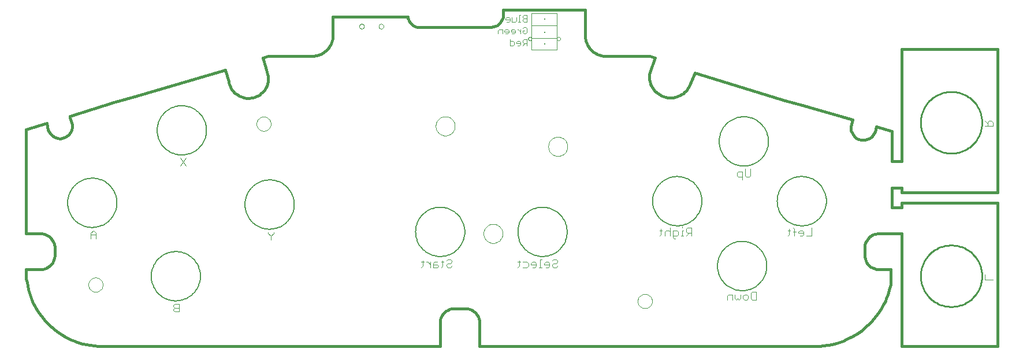
<source format=gbo>
G75*
G70*
%OFA0B0*%
%FSLAX24Y24*%
%IPPOS*%
%LPD*%
%AMOC8*
5,1,8,0,0,1.08239X$1,22.5*
%
%ADD10C,0.0040*%
%ADD11C,0.0030*%
%ADD12C,0.0039*%
%ADD13C,0.0000*%
%ADD14C,0.0079*%
%ADD15C,0.0160*%
%ADD16R,0.0079X0.0079*%
%ADD17C,0.0100*%
D10*
X009810Y003441D02*
X009886Y003364D01*
X010117Y003364D01*
X010117Y003824D01*
X009886Y003824D01*
X009810Y003747D01*
X009810Y003671D01*
X009886Y003594D01*
X010117Y003594D01*
X009886Y003594D02*
X009810Y003517D01*
X009810Y003441D01*
X005341Y007594D02*
X005341Y007901D01*
X005187Y008055D01*
X005034Y007901D01*
X005034Y007594D01*
X005034Y007825D02*
X005341Y007825D01*
X015273Y007881D02*
X015427Y007728D01*
X015427Y007498D01*
X015427Y007728D02*
X015580Y007881D01*
X015580Y007958D01*
X015273Y007958D02*
X015273Y007881D01*
X024101Y006230D02*
X024255Y006230D01*
X024178Y006306D02*
X024178Y006000D01*
X024101Y005923D01*
X024408Y006230D02*
X024485Y006230D01*
X024639Y006076D01*
X024792Y006076D02*
X025022Y006076D01*
X025099Y006000D01*
X025022Y005923D01*
X024792Y005923D01*
X024792Y006153D01*
X024869Y006230D01*
X025022Y006230D01*
X025252Y006230D02*
X025406Y006230D01*
X025329Y006306D02*
X025329Y006000D01*
X025252Y005923D01*
X025559Y006000D02*
X025559Y006076D01*
X025636Y006153D01*
X025790Y006153D01*
X025866Y006230D01*
X025866Y006306D01*
X025790Y006383D01*
X025636Y006383D01*
X025559Y006306D01*
X025559Y006000D02*
X025636Y005923D01*
X025790Y005923D01*
X025866Y006000D01*
X024639Y005923D02*
X024639Y006230D01*
X029668Y006230D02*
X029822Y006230D01*
X029745Y006306D02*
X029745Y006000D01*
X029668Y005923D01*
X029975Y005923D02*
X030205Y005923D01*
X030282Y006000D01*
X030282Y006153D01*
X030205Y006230D01*
X029975Y006230D01*
X030436Y006153D02*
X030436Y006076D01*
X030743Y006076D01*
X030743Y006000D02*
X030743Y006153D01*
X030666Y006230D01*
X030512Y006230D01*
X030436Y006153D01*
X030512Y005923D02*
X030666Y005923D01*
X030743Y006000D01*
X030896Y005923D02*
X031049Y005923D01*
X030973Y005923D02*
X030973Y006383D01*
X031049Y006383D01*
X031203Y006153D02*
X031203Y006076D01*
X031510Y006076D01*
X031510Y006000D02*
X031510Y006153D01*
X031433Y006230D01*
X031280Y006230D01*
X031203Y006153D01*
X031280Y005923D02*
X031433Y005923D01*
X031510Y006000D01*
X031663Y006000D02*
X031663Y006076D01*
X031740Y006153D01*
X031894Y006153D01*
X031970Y006230D01*
X031970Y006306D01*
X031894Y006383D01*
X031740Y006383D01*
X031663Y006306D01*
X031663Y006000D02*
X031740Y005923D01*
X031894Y005923D01*
X031970Y006000D01*
X037856Y007744D02*
X037933Y007821D01*
X037933Y008128D01*
X038009Y008051D02*
X037856Y008051D01*
X038163Y007975D02*
X038163Y007744D01*
X038163Y007975D02*
X038239Y008051D01*
X038393Y008051D01*
X038470Y007975D01*
X038623Y008051D02*
X038623Y007668D01*
X038700Y007591D01*
X038777Y007591D01*
X038853Y007744D02*
X038623Y007744D01*
X038470Y007744D02*
X038470Y008205D01*
X038623Y008051D02*
X038853Y008051D01*
X038930Y007975D01*
X038930Y007821D01*
X038853Y007744D01*
X039084Y007744D02*
X039237Y007744D01*
X039160Y007744D02*
X039160Y008051D01*
X039237Y008051D01*
X039390Y007975D02*
X039390Y008128D01*
X039467Y008205D01*
X039697Y008205D01*
X039697Y007744D01*
X039697Y007898D02*
X039467Y007898D01*
X039390Y007975D01*
X039544Y007898D02*
X039390Y007744D01*
X039160Y008205D02*
X039160Y008282D01*
X045254Y008051D02*
X045408Y008051D01*
X045331Y008128D02*
X045331Y007821D01*
X045254Y007744D01*
X045638Y007744D02*
X045638Y008128D01*
X045561Y008205D01*
X045561Y007975D02*
X045715Y007975D01*
X045868Y007975D02*
X045868Y007898D01*
X046175Y007898D01*
X046175Y007975D02*
X046098Y008051D01*
X045945Y008051D01*
X045868Y007975D01*
X045945Y007744D02*
X046098Y007744D01*
X046175Y007821D01*
X046175Y007975D01*
X046329Y007744D02*
X046636Y007744D01*
X046636Y008205D01*
X043091Y011216D02*
X043014Y011139D01*
X042861Y011139D01*
X042784Y011216D01*
X042784Y011600D01*
X042630Y011446D02*
X042400Y011446D01*
X042323Y011370D01*
X042323Y011216D01*
X042400Y011139D01*
X042630Y011139D01*
X042630Y010986D02*
X042630Y011446D01*
X043091Y011600D02*
X043091Y011216D01*
X056625Y014063D02*
X057086Y014063D01*
X057086Y014293D01*
X057009Y014369D01*
X056855Y014369D01*
X056779Y014293D01*
X056779Y014063D01*
X056779Y014216D02*
X056625Y014369D01*
X056625Y005515D02*
X056625Y005208D01*
X057086Y005208D01*
X043436Y004513D02*
X043436Y004053D01*
X043206Y004053D01*
X043129Y004129D01*
X043129Y004436D01*
X043206Y004513D01*
X043436Y004513D01*
X042976Y004283D02*
X042976Y004129D01*
X042899Y004053D01*
X042745Y004053D01*
X042669Y004129D01*
X042669Y004283D01*
X042745Y004360D01*
X042899Y004360D01*
X042976Y004283D01*
X042515Y004360D02*
X042515Y004129D01*
X042438Y004053D01*
X042362Y004129D01*
X042285Y004053D01*
X042208Y004129D01*
X042208Y004360D01*
X042055Y004360D02*
X041825Y004360D01*
X041748Y004283D01*
X041748Y004053D01*
X042055Y004053D02*
X042055Y004360D01*
X010512Y011778D02*
X010205Y012239D01*
X010512Y012239D02*
X010205Y011778D01*
D11*
X029217Y018715D02*
X029217Y019085D01*
X029217Y018962D02*
X029402Y018962D01*
X029464Y018900D01*
X029464Y018776D01*
X029402Y018715D01*
X029217Y018715D01*
X029585Y018838D02*
X029832Y018838D01*
X029832Y018776D02*
X029832Y018900D01*
X029770Y018962D01*
X029647Y018962D01*
X029585Y018900D01*
X029585Y018838D01*
X029647Y018715D02*
X029770Y018715D01*
X029832Y018776D01*
X029954Y018715D02*
X030077Y018838D01*
X030015Y018838D02*
X030200Y018838D01*
X030200Y018715D02*
X030200Y019085D01*
X030015Y019085D01*
X029954Y019023D01*
X029954Y018900D01*
X030015Y018838D01*
X030015Y019404D02*
X029954Y019465D01*
X029954Y019589D01*
X030077Y019589D01*
X030200Y019712D02*
X030200Y019465D01*
X030139Y019404D01*
X030015Y019404D01*
X029832Y019404D02*
X029832Y019651D01*
X029709Y019651D02*
X029647Y019651D01*
X029709Y019651D02*
X029832Y019527D01*
X029954Y019712D02*
X030015Y019774D01*
X030139Y019774D01*
X030200Y019712D01*
X030200Y020093D02*
X030015Y020093D01*
X029954Y020154D01*
X029954Y020216D01*
X030015Y020278D01*
X030200Y020278D01*
X030015Y020278D02*
X029954Y020340D01*
X029954Y020401D01*
X030015Y020463D01*
X030200Y020463D01*
X030200Y020093D01*
X029832Y020093D02*
X029709Y020093D01*
X029770Y020093D02*
X029770Y020463D01*
X029832Y020463D01*
X029587Y020340D02*
X029587Y020154D01*
X029525Y020093D01*
X029340Y020093D01*
X029340Y020340D01*
X029218Y020278D02*
X029157Y020340D01*
X029033Y020340D01*
X028971Y020278D01*
X028971Y020216D01*
X029218Y020216D01*
X029218Y020154D02*
X029218Y020278D01*
X029218Y020154D02*
X029157Y020093D01*
X029033Y020093D01*
X028972Y019651D02*
X028910Y019589D01*
X028910Y019527D01*
X029157Y019527D01*
X029157Y019465D02*
X029157Y019589D01*
X029095Y019651D01*
X028972Y019651D01*
X028789Y019651D02*
X028603Y019651D01*
X028542Y019589D01*
X028542Y019404D01*
X028789Y019404D02*
X028789Y019651D01*
X028972Y019404D02*
X029095Y019404D01*
X029157Y019465D01*
X029278Y019527D02*
X029525Y019527D01*
X029525Y019465D02*
X029525Y019589D01*
X029463Y019651D01*
X029340Y019651D01*
X029278Y019589D01*
X029278Y019527D01*
X029340Y019404D02*
X029463Y019404D01*
X029525Y019465D01*
D12*
X030471Y019151D02*
X030471Y019870D01*
X031928Y019870D01*
X031928Y019151D01*
X031928Y018482D01*
X030471Y018482D01*
X030471Y019151D01*
X031928Y019151D01*
X031928Y019870D02*
X031928Y020570D01*
X030471Y020570D01*
X030471Y019870D01*
D13*
X030275Y019109D02*
X030277Y019128D01*
X030282Y019147D01*
X030292Y019163D01*
X030304Y019178D01*
X030319Y019190D01*
X030335Y019200D01*
X030354Y019205D01*
X030373Y019207D01*
X030392Y019205D01*
X030411Y019200D01*
X030427Y019190D01*
X030442Y019178D01*
X030454Y019163D01*
X030464Y019147D01*
X030469Y019128D01*
X030471Y019109D01*
X030469Y019090D01*
X030464Y019071D01*
X030454Y019055D01*
X030442Y019040D01*
X030427Y019028D01*
X030411Y019018D01*
X030392Y019013D01*
X030373Y019011D01*
X030354Y019013D01*
X030335Y019018D01*
X030319Y019028D01*
X030304Y019040D01*
X030292Y019055D01*
X030282Y019071D01*
X030277Y019090D01*
X030275Y019109D01*
X031929Y019109D02*
X031931Y019128D01*
X031936Y019147D01*
X031946Y019163D01*
X031958Y019178D01*
X031973Y019190D01*
X031989Y019200D01*
X032008Y019205D01*
X032027Y019207D01*
X032046Y019205D01*
X032065Y019200D01*
X032081Y019190D01*
X032096Y019178D01*
X032108Y019163D01*
X032118Y019147D01*
X032123Y019128D01*
X032125Y019109D01*
X032123Y019090D01*
X032118Y019071D01*
X032108Y019055D01*
X032096Y019040D01*
X032081Y019028D01*
X032065Y019018D01*
X032046Y019013D01*
X032027Y019011D01*
X032008Y019013D01*
X031989Y019018D01*
X031973Y019028D01*
X031958Y019040D01*
X031946Y019055D01*
X031936Y019071D01*
X031931Y019090D01*
X031929Y019109D01*
X021652Y019826D02*
X021654Y019849D01*
X021660Y019872D01*
X021670Y019893D01*
X021683Y019913D01*
X021699Y019930D01*
X021718Y019944D01*
X021739Y019954D01*
X021761Y019961D01*
X021784Y019964D01*
X021808Y019963D01*
X021830Y019958D01*
X021852Y019949D01*
X021872Y019937D01*
X021890Y019921D01*
X021904Y019903D01*
X021916Y019883D01*
X021924Y019861D01*
X021928Y019838D01*
X021928Y019814D01*
X021924Y019791D01*
X021916Y019769D01*
X021904Y019749D01*
X021890Y019731D01*
X021872Y019715D01*
X021852Y019703D01*
X021830Y019694D01*
X021808Y019689D01*
X021784Y019688D01*
X021761Y019691D01*
X021739Y019698D01*
X021718Y019708D01*
X021699Y019722D01*
X021683Y019739D01*
X021670Y019759D01*
X021660Y019780D01*
X021654Y019803D01*
X021652Y019826D01*
X020530Y019826D02*
X020532Y019849D01*
X020538Y019872D01*
X020548Y019893D01*
X020561Y019913D01*
X020577Y019930D01*
X020596Y019944D01*
X020617Y019954D01*
X020639Y019961D01*
X020662Y019964D01*
X020686Y019963D01*
X020708Y019958D01*
X020730Y019949D01*
X020750Y019937D01*
X020768Y019921D01*
X020782Y019903D01*
X020794Y019883D01*
X020802Y019861D01*
X020806Y019838D01*
X020806Y019814D01*
X020802Y019791D01*
X020794Y019769D01*
X020782Y019749D01*
X020768Y019731D01*
X020750Y019715D01*
X020730Y019703D01*
X020708Y019694D01*
X020686Y019689D01*
X020662Y019688D01*
X020639Y019691D01*
X020617Y019698D01*
X020596Y019708D01*
X020577Y019722D01*
X020561Y019739D01*
X020548Y019759D01*
X020538Y019780D01*
X020532Y019803D01*
X020530Y019826D01*
X014596Y014201D02*
X014598Y014241D01*
X014604Y014282D01*
X014614Y014321D01*
X014627Y014359D01*
X014645Y014396D01*
X014666Y014430D01*
X014690Y014463D01*
X014717Y014493D01*
X014747Y014520D01*
X014780Y014544D01*
X014814Y014565D01*
X014851Y014583D01*
X014889Y014596D01*
X014928Y014606D01*
X014969Y014612D01*
X015009Y014614D01*
X015049Y014612D01*
X015090Y014606D01*
X015129Y014596D01*
X015167Y014583D01*
X015204Y014565D01*
X015238Y014544D01*
X015271Y014520D01*
X015301Y014493D01*
X015328Y014463D01*
X015352Y014430D01*
X015373Y014396D01*
X015391Y014359D01*
X015404Y014321D01*
X015414Y014282D01*
X015420Y014241D01*
X015422Y014201D01*
X015420Y014161D01*
X015414Y014120D01*
X015404Y014081D01*
X015391Y014043D01*
X015373Y014006D01*
X015352Y013972D01*
X015328Y013939D01*
X015301Y013909D01*
X015271Y013882D01*
X015238Y013858D01*
X015204Y013837D01*
X015167Y013819D01*
X015129Y013806D01*
X015090Y013796D01*
X015049Y013790D01*
X015009Y013788D01*
X014969Y013790D01*
X014928Y013796D01*
X014889Y013806D01*
X014851Y013819D01*
X014814Y013837D01*
X014780Y013858D01*
X014747Y013882D01*
X014717Y013909D01*
X014690Y013939D01*
X014666Y013972D01*
X014645Y014006D01*
X014627Y014043D01*
X014614Y014081D01*
X014604Y014120D01*
X014598Y014161D01*
X014596Y014201D01*
X024940Y014074D02*
X024942Y014121D01*
X024948Y014167D01*
X024958Y014213D01*
X024971Y014258D01*
X024989Y014301D01*
X025010Y014343D01*
X025034Y014383D01*
X025062Y014420D01*
X025093Y014455D01*
X025127Y014488D01*
X025163Y014517D01*
X025202Y014543D01*
X025243Y014566D01*
X025286Y014585D01*
X025330Y014601D01*
X025375Y014613D01*
X025421Y014621D01*
X025468Y014625D01*
X025514Y014625D01*
X025561Y014621D01*
X025607Y014613D01*
X025652Y014601D01*
X025696Y014585D01*
X025739Y014566D01*
X025780Y014543D01*
X025819Y014517D01*
X025855Y014488D01*
X025889Y014455D01*
X025920Y014420D01*
X025948Y014383D01*
X025972Y014343D01*
X025993Y014301D01*
X026011Y014258D01*
X026024Y014213D01*
X026034Y014167D01*
X026040Y014121D01*
X026042Y014074D01*
X026040Y014027D01*
X026034Y013981D01*
X026024Y013935D01*
X026011Y013890D01*
X025993Y013847D01*
X025972Y013805D01*
X025948Y013765D01*
X025920Y013728D01*
X025889Y013693D01*
X025855Y013660D01*
X025819Y013631D01*
X025780Y013605D01*
X025739Y013582D01*
X025696Y013563D01*
X025652Y013547D01*
X025607Y013535D01*
X025561Y013527D01*
X025514Y013523D01*
X025468Y013523D01*
X025421Y013527D01*
X025375Y013535D01*
X025330Y013547D01*
X025286Y013563D01*
X025243Y013582D01*
X025202Y013605D01*
X025163Y013631D01*
X025127Y013660D01*
X025093Y013693D01*
X025062Y013728D01*
X025034Y013765D01*
X025010Y013805D01*
X024989Y013847D01*
X024971Y013890D01*
X024958Y013935D01*
X024948Y013981D01*
X024942Y014027D01*
X024940Y014074D01*
X031436Y012893D02*
X031438Y012940D01*
X031444Y012986D01*
X031454Y013032D01*
X031467Y013077D01*
X031485Y013120D01*
X031506Y013162D01*
X031530Y013202D01*
X031558Y013239D01*
X031589Y013274D01*
X031623Y013307D01*
X031659Y013336D01*
X031698Y013362D01*
X031739Y013385D01*
X031782Y013404D01*
X031826Y013420D01*
X031871Y013432D01*
X031917Y013440D01*
X031964Y013444D01*
X032010Y013444D01*
X032057Y013440D01*
X032103Y013432D01*
X032148Y013420D01*
X032192Y013404D01*
X032235Y013385D01*
X032276Y013362D01*
X032315Y013336D01*
X032351Y013307D01*
X032385Y013274D01*
X032416Y013239D01*
X032444Y013202D01*
X032468Y013162D01*
X032489Y013120D01*
X032507Y013077D01*
X032520Y013032D01*
X032530Y012986D01*
X032536Y012940D01*
X032538Y012893D01*
X032536Y012846D01*
X032530Y012800D01*
X032520Y012754D01*
X032507Y012709D01*
X032489Y012666D01*
X032468Y012624D01*
X032444Y012584D01*
X032416Y012547D01*
X032385Y012512D01*
X032351Y012479D01*
X032315Y012450D01*
X032276Y012424D01*
X032235Y012401D01*
X032192Y012382D01*
X032148Y012366D01*
X032103Y012354D01*
X032057Y012346D01*
X032010Y012342D01*
X031964Y012342D01*
X031917Y012346D01*
X031871Y012354D01*
X031826Y012366D01*
X031782Y012382D01*
X031739Y012401D01*
X031698Y012424D01*
X031659Y012450D01*
X031623Y012479D01*
X031589Y012512D01*
X031558Y012547D01*
X031530Y012584D01*
X031506Y012624D01*
X031485Y012666D01*
X031467Y012709D01*
X031454Y012754D01*
X031444Y012800D01*
X031438Y012846D01*
X031436Y012893D01*
X027696Y007873D02*
X027698Y007920D01*
X027704Y007966D01*
X027714Y008012D01*
X027727Y008057D01*
X027745Y008100D01*
X027766Y008142D01*
X027790Y008182D01*
X027818Y008219D01*
X027849Y008254D01*
X027883Y008287D01*
X027919Y008316D01*
X027958Y008342D01*
X027999Y008365D01*
X028042Y008384D01*
X028086Y008400D01*
X028131Y008412D01*
X028177Y008420D01*
X028224Y008424D01*
X028270Y008424D01*
X028317Y008420D01*
X028363Y008412D01*
X028408Y008400D01*
X028452Y008384D01*
X028495Y008365D01*
X028536Y008342D01*
X028575Y008316D01*
X028611Y008287D01*
X028645Y008254D01*
X028676Y008219D01*
X028704Y008182D01*
X028728Y008142D01*
X028749Y008100D01*
X028767Y008057D01*
X028780Y008012D01*
X028790Y007966D01*
X028796Y007920D01*
X028798Y007873D01*
X028796Y007826D01*
X028790Y007780D01*
X028780Y007734D01*
X028767Y007689D01*
X028749Y007646D01*
X028728Y007604D01*
X028704Y007564D01*
X028676Y007527D01*
X028645Y007492D01*
X028611Y007459D01*
X028575Y007430D01*
X028536Y007404D01*
X028495Y007381D01*
X028452Y007362D01*
X028408Y007346D01*
X028363Y007334D01*
X028317Y007326D01*
X028270Y007322D01*
X028224Y007322D01*
X028177Y007326D01*
X028131Y007334D01*
X028086Y007346D01*
X028042Y007362D01*
X027999Y007381D01*
X027958Y007404D01*
X027919Y007430D01*
X027883Y007459D01*
X027849Y007492D01*
X027818Y007527D01*
X027790Y007564D01*
X027766Y007604D01*
X027745Y007646D01*
X027727Y007689D01*
X027714Y007734D01*
X027704Y007780D01*
X027698Y007826D01*
X027696Y007873D01*
X036594Y003975D02*
X036596Y004015D01*
X036602Y004056D01*
X036612Y004095D01*
X036625Y004133D01*
X036643Y004170D01*
X036664Y004204D01*
X036688Y004237D01*
X036715Y004267D01*
X036745Y004294D01*
X036778Y004318D01*
X036812Y004339D01*
X036849Y004357D01*
X036887Y004370D01*
X036926Y004380D01*
X036967Y004386D01*
X037007Y004388D01*
X037047Y004386D01*
X037088Y004380D01*
X037127Y004370D01*
X037165Y004357D01*
X037202Y004339D01*
X037236Y004318D01*
X037269Y004294D01*
X037299Y004267D01*
X037326Y004237D01*
X037350Y004204D01*
X037371Y004170D01*
X037389Y004133D01*
X037402Y004095D01*
X037412Y004056D01*
X037418Y004015D01*
X037420Y003975D01*
X037418Y003935D01*
X037412Y003894D01*
X037402Y003855D01*
X037389Y003817D01*
X037371Y003780D01*
X037350Y003746D01*
X037326Y003713D01*
X037299Y003683D01*
X037269Y003656D01*
X037236Y003632D01*
X037202Y003611D01*
X037165Y003593D01*
X037127Y003580D01*
X037088Y003570D01*
X037047Y003564D01*
X037007Y003562D01*
X036967Y003564D01*
X036926Y003570D01*
X036887Y003580D01*
X036849Y003593D01*
X036812Y003611D01*
X036778Y003632D01*
X036745Y003656D01*
X036715Y003683D01*
X036688Y003713D01*
X036664Y003746D01*
X036643Y003780D01*
X036625Y003817D01*
X036612Y003855D01*
X036602Y003894D01*
X036596Y003935D01*
X036594Y003975D01*
X004901Y004920D02*
X004903Y004960D01*
X004909Y005001D01*
X004919Y005040D01*
X004932Y005078D01*
X004950Y005115D01*
X004971Y005149D01*
X004995Y005182D01*
X005022Y005212D01*
X005052Y005239D01*
X005085Y005263D01*
X005119Y005284D01*
X005156Y005302D01*
X005194Y005315D01*
X005233Y005325D01*
X005274Y005331D01*
X005314Y005333D01*
X005354Y005331D01*
X005395Y005325D01*
X005434Y005315D01*
X005472Y005302D01*
X005509Y005284D01*
X005543Y005263D01*
X005576Y005239D01*
X005606Y005212D01*
X005633Y005182D01*
X005657Y005149D01*
X005678Y005115D01*
X005696Y005078D01*
X005709Y005040D01*
X005719Y005001D01*
X005725Y004960D01*
X005727Y004920D01*
X005725Y004880D01*
X005719Y004839D01*
X005709Y004800D01*
X005696Y004762D01*
X005678Y004725D01*
X005657Y004691D01*
X005633Y004658D01*
X005606Y004628D01*
X005576Y004601D01*
X005543Y004577D01*
X005509Y004556D01*
X005472Y004538D01*
X005434Y004525D01*
X005395Y004515D01*
X005354Y004509D01*
X005314Y004507D01*
X005274Y004509D01*
X005233Y004515D01*
X005194Y004525D01*
X005156Y004538D01*
X005119Y004556D01*
X005085Y004577D01*
X005052Y004601D01*
X005022Y004628D01*
X004995Y004658D01*
X004971Y004691D01*
X004950Y004725D01*
X004932Y004762D01*
X004919Y004800D01*
X004909Y004839D01*
X004903Y004880D01*
X004901Y004920D01*
D14*
X008520Y005412D02*
X008522Y005487D01*
X008528Y005562D01*
X008538Y005636D01*
X008552Y005710D01*
X008569Y005783D01*
X008591Y005854D01*
X008616Y005925D01*
X008645Y005994D01*
X008677Y006062D01*
X008713Y006127D01*
X008753Y006191D01*
X008796Y006253D01*
X008842Y006312D01*
X008891Y006369D01*
X008943Y006423D01*
X008997Y006474D01*
X009055Y006522D01*
X009114Y006567D01*
X009177Y006609D01*
X009241Y006648D01*
X009307Y006683D01*
X009375Y006715D01*
X009445Y006743D01*
X009515Y006767D01*
X009588Y006788D01*
X009661Y006804D01*
X009735Y006817D01*
X009809Y006826D01*
X009884Y006831D01*
X009959Y006832D01*
X010034Y006829D01*
X010108Y006822D01*
X010182Y006811D01*
X010256Y006796D01*
X010329Y006778D01*
X010400Y006755D01*
X010470Y006729D01*
X010539Y006699D01*
X010606Y006666D01*
X010672Y006629D01*
X010735Y006589D01*
X010796Y006545D01*
X010854Y006498D01*
X010910Y006449D01*
X010964Y006396D01*
X011014Y006341D01*
X011062Y006283D01*
X011106Y006222D01*
X011147Y006160D01*
X011185Y006095D01*
X011219Y006028D01*
X011250Y005960D01*
X011277Y005890D01*
X011301Y005819D01*
X011320Y005746D01*
X011336Y005673D01*
X011348Y005599D01*
X011356Y005524D01*
X011360Y005449D01*
X011360Y005375D01*
X011356Y005300D01*
X011348Y005225D01*
X011336Y005151D01*
X011320Y005078D01*
X011301Y005005D01*
X011277Y004934D01*
X011250Y004864D01*
X011219Y004796D01*
X011185Y004729D01*
X011147Y004664D01*
X011106Y004602D01*
X011062Y004541D01*
X011014Y004483D01*
X010964Y004428D01*
X010910Y004375D01*
X010854Y004326D01*
X010796Y004279D01*
X010735Y004235D01*
X010672Y004195D01*
X010606Y004158D01*
X010539Y004125D01*
X010470Y004095D01*
X010400Y004069D01*
X010329Y004046D01*
X010256Y004028D01*
X010182Y004013D01*
X010108Y004002D01*
X010034Y003995D01*
X009959Y003992D01*
X009884Y003993D01*
X009809Y003998D01*
X009735Y004007D01*
X009661Y004020D01*
X009588Y004036D01*
X009515Y004057D01*
X009445Y004081D01*
X009375Y004109D01*
X009307Y004141D01*
X009241Y004176D01*
X009177Y004215D01*
X009114Y004257D01*
X009055Y004302D01*
X008997Y004350D01*
X008943Y004401D01*
X008891Y004455D01*
X008842Y004512D01*
X008796Y004571D01*
X008753Y004633D01*
X008713Y004697D01*
X008677Y004762D01*
X008645Y004830D01*
X008616Y004899D01*
X008591Y004970D01*
X008569Y005041D01*
X008552Y005114D01*
X008538Y005188D01*
X008528Y005262D01*
X008522Y005337D01*
X008520Y005412D01*
X013933Y009546D02*
X013935Y009621D01*
X013941Y009696D01*
X013951Y009770D01*
X013965Y009844D01*
X013982Y009917D01*
X014004Y009988D01*
X014029Y010059D01*
X014058Y010128D01*
X014090Y010196D01*
X014126Y010261D01*
X014166Y010325D01*
X014209Y010387D01*
X014255Y010446D01*
X014304Y010503D01*
X014356Y010557D01*
X014410Y010608D01*
X014468Y010656D01*
X014527Y010701D01*
X014590Y010743D01*
X014654Y010782D01*
X014720Y010817D01*
X014788Y010849D01*
X014858Y010877D01*
X014928Y010901D01*
X015001Y010922D01*
X015074Y010938D01*
X015148Y010951D01*
X015222Y010960D01*
X015297Y010965D01*
X015372Y010966D01*
X015447Y010963D01*
X015521Y010956D01*
X015595Y010945D01*
X015669Y010930D01*
X015742Y010912D01*
X015813Y010889D01*
X015883Y010863D01*
X015952Y010833D01*
X016019Y010800D01*
X016085Y010763D01*
X016148Y010723D01*
X016209Y010679D01*
X016267Y010632D01*
X016323Y010583D01*
X016377Y010530D01*
X016427Y010475D01*
X016475Y010417D01*
X016519Y010356D01*
X016560Y010294D01*
X016598Y010229D01*
X016632Y010162D01*
X016663Y010094D01*
X016690Y010024D01*
X016714Y009953D01*
X016733Y009880D01*
X016749Y009807D01*
X016761Y009733D01*
X016769Y009658D01*
X016773Y009583D01*
X016773Y009509D01*
X016769Y009434D01*
X016761Y009359D01*
X016749Y009285D01*
X016733Y009212D01*
X016714Y009139D01*
X016690Y009068D01*
X016663Y008998D01*
X016632Y008930D01*
X016598Y008863D01*
X016560Y008798D01*
X016519Y008736D01*
X016475Y008675D01*
X016427Y008617D01*
X016377Y008562D01*
X016323Y008509D01*
X016267Y008460D01*
X016209Y008413D01*
X016148Y008369D01*
X016085Y008329D01*
X016019Y008292D01*
X015952Y008259D01*
X015883Y008229D01*
X015813Y008203D01*
X015742Y008180D01*
X015669Y008162D01*
X015595Y008147D01*
X015521Y008136D01*
X015447Y008129D01*
X015372Y008126D01*
X015297Y008127D01*
X015222Y008132D01*
X015148Y008141D01*
X015074Y008154D01*
X015001Y008170D01*
X014928Y008191D01*
X014858Y008215D01*
X014788Y008243D01*
X014720Y008275D01*
X014654Y008310D01*
X014590Y008349D01*
X014527Y008391D01*
X014468Y008436D01*
X014410Y008484D01*
X014356Y008535D01*
X014304Y008589D01*
X014255Y008646D01*
X014209Y008705D01*
X014166Y008767D01*
X014126Y008831D01*
X014090Y008896D01*
X014058Y008964D01*
X014029Y009033D01*
X014004Y009104D01*
X013982Y009175D01*
X013965Y009248D01*
X013951Y009322D01*
X013941Y009396D01*
X013935Y009471D01*
X013933Y009546D01*
X003697Y009645D02*
X003699Y009720D01*
X003705Y009795D01*
X003715Y009869D01*
X003729Y009943D01*
X003746Y010016D01*
X003768Y010087D01*
X003793Y010158D01*
X003822Y010227D01*
X003854Y010295D01*
X003890Y010360D01*
X003930Y010424D01*
X003973Y010486D01*
X004019Y010545D01*
X004068Y010602D01*
X004120Y010656D01*
X004174Y010707D01*
X004232Y010755D01*
X004291Y010800D01*
X004354Y010842D01*
X004418Y010881D01*
X004484Y010916D01*
X004552Y010948D01*
X004622Y010976D01*
X004692Y011000D01*
X004765Y011021D01*
X004838Y011037D01*
X004912Y011050D01*
X004986Y011059D01*
X005061Y011064D01*
X005136Y011065D01*
X005211Y011062D01*
X005285Y011055D01*
X005359Y011044D01*
X005433Y011029D01*
X005506Y011011D01*
X005577Y010988D01*
X005647Y010962D01*
X005716Y010932D01*
X005783Y010899D01*
X005849Y010862D01*
X005912Y010822D01*
X005973Y010778D01*
X006031Y010731D01*
X006087Y010682D01*
X006141Y010629D01*
X006191Y010574D01*
X006239Y010516D01*
X006283Y010455D01*
X006324Y010393D01*
X006362Y010328D01*
X006396Y010261D01*
X006427Y010193D01*
X006454Y010123D01*
X006478Y010052D01*
X006497Y009979D01*
X006513Y009906D01*
X006525Y009832D01*
X006533Y009757D01*
X006537Y009682D01*
X006537Y009608D01*
X006533Y009533D01*
X006525Y009458D01*
X006513Y009384D01*
X006497Y009311D01*
X006478Y009238D01*
X006454Y009167D01*
X006427Y009097D01*
X006396Y009029D01*
X006362Y008962D01*
X006324Y008897D01*
X006283Y008835D01*
X006239Y008774D01*
X006191Y008716D01*
X006141Y008661D01*
X006087Y008608D01*
X006031Y008559D01*
X005973Y008512D01*
X005912Y008468D01*
X005849Y008428D01*
X005783Y008391D01*
X005716Y008358D01*
X005647Y008328D01*
X005577Y008302D01*
X005506Y008279D01*
X005433Y008261D01*
X005359Y008246D01*
X005285Y008235D01*
X005211Y008228D01*
X005136Y008225D01*
X005061Y008226D01*
X004986Y008231D01*
X004912Y008240D01*
X004838Y008253D01*
X004765Y008269D01*
X004692Y008290D01*
X004622Y008314D01*
X004552Y008342D01*
X004484Y008374D01*
X004418Y008409D01*
X004354Y008448D01*
X004291Y008490D01*
X004232Y008535D01*
X004174Y008583D01*
X004120Y008634D01*
X004068Y008688D01*
X004019Y008745D01*
X003973Y008804D01*
X003930Y008866D01*
X003890Y008930D01*
X003854Y008995D01*
X003822Y009063D01*
X003793Y009132D01*
X003768Y009203D01*
X003746Y009274D01*
X003729Y009347D01*
X003715Y009421D01*
X003705Y009495D01*
X003699Y009570D01*
X003697Y009645D01*
X008865Y013827D02*
X008867Y013902D01*
X008873Y013977D01*
X008883Y014051D01*
X008897Y014125D01*
X008914Y014198D01*
X008936Y014269D01*
X008961Y014340D01*
X008990Y014409D01*
X009022Y014477D01*
X009058Y014542D01*
X009098Y014606D01*
X009141Y014668D01*
X009187Y014727D01*
X009236Y014784D01*
X009288Y014838D01*
X009342Y014889D01*
X009400Y014937D01*
X009459Y014982D01*
X009522Y015024D01*
X009586Y015063D01*
X009652Y015098D01*
X009720Y015130D01*
X009790Y015158D01*
X009860Y015182D01*
X009933Y015203D01*
X010006Y015219D01*
X010080Y015232D01*
X010154Y015241D01*
X010229Y015246D01*
X010304Y015247D01*
X010379Y015244D01*
X010453Y015237D01*
X010527Y015226D01*
X010601Y015211D01*
X010674Y015193D01*
X010745Y015170D01*
X010815Y015144D01*
X010884Y015114D01*
X010951Y015081D01*
X011017Y015044D01*
X011080Y015004D01*
X011141Y014960D01*
X011199Y014913D01*
X011255Y014864D01*
X011309Y014811D01*
X011359Y014756D01*
X011407Y014698D01*
X011451Y014637D01*
X011492Y014575D01*
X011530Y014510D01*
X011564Y014443D01*
X011595Y014375D01*
X011622Y014305D01*
X011646Y014234D01*
X011665Y014161D01*
X011681Y014088D01*
X011693Y014014D01*
X011701Y013939D01*
X011705Y013864D01*
X011705Y013790D01*
X011701Y013715D01*
X011693Y013640D01*
X011681Y013566D01*
X011665Y013493D01*
X011646Y013420D01*
X011622Y013349D01*
X011595Y013279D01*
X011564Y013211D01*
X011530Y013144D01*
X011492Y013079D01*
X011451Y013017D01*
X011407Y012956D01*
X011359Y012898D01*
X011309Y012843D01*
X011255Y012790D01*
X011199Y012741D01*
X011141Y012694D01*
X011080Y012650D01*
X011017Y012610D01*
X010951Y012573D01*
X010884Y012540D01*
X010815Y012510D01*
X010745Y012484D01*
X010674Y012461D01*
X010601Y012443D01*
X010527Y012428D01*
X010453Y012417D01*
X010379Y012410D01*
X010304Y012407D01*
X010229Y012408D01*
X010154Y012413D01*
X010080Y012422D01*
X010006Y012435D01*
X009933Y012451D01*
X009860Y012472D01*
X009790Y012496D01*
X009720Y012524D01*
X009652Y012556D01*
X009586Y012591D01*
X009522Y012630D01*
X009459Y012672D01*
X009400Y012717D01*
X009342Y012765D01*
X009288Y012816D01*
X009236Y012870D01*
X009187Y012927D01*
X009141Y012986D01*
X009098Y013048D01*
X009058Y013112D01*
X009022Y013177D01*
X008990Y013245D01*
X008961Y013314D01*
X008936Y013385D01*
X008914Y013456D01*
X008897Y013529D01*
X008883Y013603D01*
X008873Y013677D01*
X008867Y013752D01*
X008865Y013827D01*
X023776Y007971D02*
X023778Y008046D01*
X023784Y008121D01*
X023794Y008195D01*
X023808Y008269D01*
X023825Y008342D01*
X023847Y008413D01*
X023872Y008484D01*
X023901Y008553D01*
X023933Y008621D01*
X023969Y008686D01*
X024009Y008750D01*
X024052Y008812D01*
X024098Y008871D01*
X024147Y008928D01*
X024199Y008982D01*
X024253Y009033D01*
X024311Y009081D01*
X024370Y009126D01*
X024433Y009168D01*
X024497Y009207D01*
X024563Y009242D01*
X024631Y009274D01*
X024701Y009302D01*
X024771Y009326D01*
X024844Y009347D01*
X024917Y009363D01*
X024991Y009376D01*
X025065Y009385D01*
X025140Y009390D01*
X025215Y009391D01*
X025290Y009388D01*
X025364Y009381D01*
X025438Y009370D01*
X025512Y009355D01*
X025585Y009337D01*
X025656Y009314D01*
X025726Y009288D01*
X025795Y009258D01*
X025862Y009225D01*
X025928Y009188D01*
X025991Y009148D01*
X026052Y009104D01*
X026110Y009057D01*
X026166Y009008D01*
X026220Y008955D01*
X026270Y008900D01*
X026318Y008842D01*
X026362Y008781D01*
X026403Y008719D01*
X026441Y008654D01*
X026475Y008587D01*
X026506Y008519D01*
X026533Y008449D01*
X026557Y008378D01*
X026576Y008305D01*
X026592Y008232D01*
X026604Y008158D01*
X026612Y008083D01*
X026616Y008008D01*
X026616Y007934D01*
X026612Y007859D01*
X026604Y007784D01*
X026592Y007710D01*
X026576Y007637D01*
X026557Y007564D01*
X026533Y007493D01*
X026506Y007423D01*
X026475Y007355D01*
X026441Y007288D01*
X026403Y007223D01*
X026362Y007161D01*
X026318Y007100D01*
X026270Y007042D01*
X026220Y006987D01*
X026166Y006934D01*
X026110Y006885D01*
X026052Y006838D01*
X025991Y006794D01*
X025928Y006754D01*
X025862Y006717D01*
X025795Y006684D01*
X025726Y006654D01*
X025656Y006628D01*
X025585Y006605D01*
X025512Y006587D01*
X025438Y006572D01*
X025364Y006561D01*
X025290Y006554D01*
X025215Y006551D01*
X025140Y006552D01*
X025065Y006557D01*
X024991Y006566D01*
X024917Y006579D01*
X024844Y006595D01*
X024771Y006616D01*
X024701Y006640D01*
X024631Y006668D01*
X024563Y006700D01*
X024497Y006735D01*
X024433Y006774D01*
X024370Y006816D01*
X024311Y006861D01*
X024253Y006909D01*
X024199Y006960D01*
X024147Y007014D01*
X024098Y007071D01*
X024052Y007130D01*
X024009Y007192D01*
X023969Y007256D01*
X023933Y007321D01*
X023901Y007389D01*
X023872Y007458D01*
X023847Y007529D01*
X023825Y007600D01*
X023808Y007673D01*
X023794Y007747D01*
X023784Y007821D01*
X023778Y007896D01*
X023776Y007971D01*
X029681Y007971D02*
X029683Y008046D01*
X029689Y008121D01*
X029699Y008195D01*
X029713Y008269D01*
X029730Y008342D01*
X029752Y008413D01*
X029777Y008484D01*
X029806Y008553D01*
X029838Y008621D01*
X029874Y008686D01*
X029914Y008750D01*
X029957Y008812D01*
X030003Y008871D01*
X030052Y008928D01*
X030104Y008982D01*
X030158Y009033D01*
X030216Y009081D01*
X030275Y009126D01*
X030338Y009168D01*
X030402Y009207D01*
X030468Y009242D01*
X030536Y009274D01*
X030606Y009302D01*
X030676Y009326D01*
X030749Y009347D01*
X030822Y009363D01*
X030896Y009376D01*
X030970Y009385D01*
X031045Y009390D01*
X031120Y009391D01*
X031195Y009388D01*
X031269Y009381D01*
X031343Y009370D01*
X031417Y009355D01*
X031490Y009337D01*
X031561Y009314D01*
X031631Y009288D01*
X031700Y009258D01*
X031767Y009225D01*
X031833Y009188D01*
X031896Y009148D01*
X031957Y009104D01*
X032015Y009057D01*
X032071Y009008D01*
X032125Y008955D01*
X032175Y008900D01*
X032223Y008842D01*
X032267Y008781D01*
X032308Y008719D01*
X032346Y008654D01*
X032380Y008587D01*
X032411Y008519D01*
X032438Y008449D01*
X032462Y008378D01*
X032481Y008305D01*
X032497Y008232D01*
X032509Y008158D01*
X032517Y008083D01*
X032521Y008008D01*
X032521Y007934D01*
X032517Y007859D01*
X032509Y007784D01*
X032497Y007710D01*
X032481Y007637D01*
X032462Y007564D01*
X032438Y007493D01*
X032411Y007423D01*
X032380Y007355D01*
X032346Y007288D01*
X032308Y007223D01*
X032267Y007161D01*
X032223Y007100D01*
X032175Y007042D01*
X032125Y006987D01*
X032071Y006934D01*
X032015Y006885D01*
X031957Y006838D01*
X031896Y006794D01*
X031833Y006754D01*
X031767Y006717D01*
X031700Y006684D01*
X031631Y006654D01*
X031561Y006628D01*
X031490Y006605D01*
X031417Y006587D01*
X031343Y006572D01*
X031269Y006561D01*
X031195Y006554D01*
X031120Y006551D01*
X031045Y006552D01*
X030970Y006557D01*
X030896Y006566D01*
X030822Y006579D01*
X030749Y006595D01*
X030676Y006616D01*
X030606Y006640D01*
X030536Y006668D01*
X030468Y006700D01*
X030402Y006735D01*
X030338Y006774D01*
X030275Y006816D01*
X030216Y006861D01*
X030158Y006909D01*
X030104Y006960D01*
X030052Y007014D01*
X030003Y007071D01*
X029957Y007130D01*
X029914Y007192D01*
X029874Y007256D01*
X029838Y007321D01*
X029806Y007389D01*
X029777Y007458D01*
X029752Y007529D01*
X029730Y007600D01*
X029713Y007673D01*
X029699Y007747D01*
X029689Y007821D01*
X029683Y007896D01*
X029681Y007971D01*
X037457Y009743D02*
X037459Y009818D01*
X037465Y009893D01*
X037475Y009967D01*
X037489Y010041D01*
X037506Y010114D01*
X037528Y010185D01*
X037553Y010256D01*
X037582Y010325D01*
X037614Y010393D01*
X037650Y010458D01*
X037690Y010522D01*
X037733Y010584D01*
X037779Y010643D01*
X037828Y010700D01*
X037880Y010754D01*
X037934Y010805D01*
X037992Y010853D01*
X038051Y010898D01*
X038114Y010940D01*
X038178Y010979D01*
X038244Y011014D01*
X038312Y011046D01*
X038382Y011074D01*
X038452Y011098D01*
X038525Y011119D01*
X038598Y011135D01*
X038672Y011148D01*
X038746Y011157D01*
X038821Y011162D01*
X038896Y011163D01*
X038971Y011160D01*
X039045Y011153D01*
X039119Y011142D01*
X039193Y011127D01*
X039266Y011109D01*
X039337Y011086D01*
X039407Y011060D01*
X039476Y011030D01*
X039543Y010997D01*
X039609Y010960D01*
X039672Y010920D01*
X039733Y010876D01*
X039791Y010829D01*
X039847Y010780D01*
X039901Y010727D01*
X039951Y010672D01*
X039999Y010614D01*
X040043Y010553D01*
X040084Y010491D01*
X040122Y010426D01*
X040156Y010359D01*
X040187Y010291D01*
X040214Y010221D01*
X040238Y010150D01*
X040257Y010077D01*
X040273Y010004D01*
X040285Y009930D01*
X040293Y009855D01*
X040297Y009780D01*
X040297Y009706D01*
X040293Y009631D01*
X040285Y009556D01*
X040273Y009482D01*
X040257Y009409D01*
X040238Y009336D01*
X040214Y009265D01*
X040187Y009195D01*
X040156Y009127D01*
X040122Y009060D01*
X040084Y008995D01*
X040043Y008933D01*
X039999Y008872D01*
X039951Y008814D01*
X039901Y008759D01*
X039847Y008706D01*
X039791Y008657D01*
X039733Y008610D01*
X039672Y008566D01*
X039609Y008526D01*
X039543Y008489D01*
X039476Y008456D01*
X039407Y008426D01*
X039337Y008400D01*
X039266Y008377D01*
X039193Y008359D01*
X039119Y008344D01*
X039045Y008333D01*
X038971Y008326D01*
X038896Y008323D01*
X038821Y008324D01*
X038746Y008329D01*
X038672Y008338D01*
X038598Y008351D01*
X038525Y008367D01*
X038452Y008388D01*
X038382Y008412D01*
X038312Y008440D01*
X038244Y008472D01*
X038178Y008507D01*
X038114Y008546D01*
X038051Y008588D01*
X037992Y008633D01*
X037934Y008681D01*
X037880Y008732D01*
X037828Y008786D01*
X037779Y008843D01*
X037733Y008902D01*
X037690Y008964D01*
X037650Y009028D01*
X037614Y009093D01*
X037582Y009161D01*
X037553Y009230D01*
X037528Y009301D01*
X037506Y009372D01*
X037489Y009445D01*
X037475Y009519D01*
X037465Y009593D01*
X037459Y009668D01*
X037457Y009743D01*
X041295Y013188D02*
X041297Y013263D01*
X041303Y013338D01*
X041313Y013412D01*
X041327Y013486D01*
X041344Y013559D01*
X041366Y013630D01*
X041391Y013701D01*
X041420Y013770D01*
X041452Y013838D01*
X041488Y013903D01*
X041528Y013967D01*
X041571Y014029D01*
X041617Y014088D01*
X041666Y014145D01*
X041718Y014199D01*
X041772Y014250D01*
X041830Y014298D01*
X041889Y014343D01*
X041952Y014385D01*
X042016Y014424D01*
X042082Y014459D01*
X042150Y014491D01*
X042220Y014519D01*
X042290Y014543D01*
X042363Y014564D01*
X042436Y014580D01*
X042510Y014593D01*
X042584Y014602D01*
X042659Y014607D01*
X042734Y014608D01*
X042809Y014605D01*
X042883Y014598D01*
X042957Y014587D01*
X043031Y014572D01*
X043104Y014554D01*
X043175Y014531D01*
X043245Y014505D01*
X043314Y014475D01*
X043381Y014442D01*
X043447Y014405D01*
X043510Y014365D01*
X043571Y014321D01*
X043629Y014274D01*
X043685Y014225D01*
X043739Y014172D01*
X043789Y014117D01*
X043837Y014059D01*
X043881Y013998D01*
X043922Y013936D01*
X043960Y013871D01*
X043994Y013804D01*
X044025Y013736D01*
X044052Y013666D01*
X044076Y013595D01*
X044095Y013522D01*
X044111Y013449D01*
X044123Y013375D01*
X044131Y013300D01*
X044135Y013225D01*
X044135Y013151D01*
X044131Y013076D01*
X044123Y013001D01*
X044111Y012927D01*
X044095Y012854D01*
X044076Y012781D01*
X044052Y012710D01*
X044025Y012640D01*
X043994Y012572D01*
X043960Y012505D01*
X043922Y012440D01*
X043881Y012378D01*
X043837Y012317D01*
X043789Y012259D01*
X043739Y012204D01*
X043685Y012151D01*
X043629Y012102D01*
X043571Y012055D01*
X043510Y012011D01*
X043447Y011971D01*
X043381Y011934D01*
X043314Y011901D01*
X043245Y011871D01*
X043175Y011845D01*
X043104Y011822D01*
X043031Y011804D01*
X042957Y011789D01*
X042883Y011778D01*
X042809Y011771D01*
X042734Y011768D01*
X042659Y011769D01*
X042584Y011774D01*
X042510Y011783D01*
X042436Y011796D01*
X042363Y011812D01*
X042290Y011833D01*
X042220Y011857D01*
X042150Y011885D01*
X042082Y011917D01*
X042016Y011952D01*
X041952Y011991D01*
X041889Y012033D01*
X041830Y012078D01*
X041772Y012126D01*
X041718Y012177D01*
X041666Y012231D01*
X041617Y012288D01*
X041571Y012347D01*
X041528Y012409D01*
X041488Y012473D01*
X041452Y012538D01*
X041420Y012606D01*
X041391Y012675D01*
X041366Y012746D01*
X041344Y012817D01*
X041327Y012890D01*
X041313Y012964D01*
X041303Y013038D01*
X041297Y013113D01*
X041295Y013188D01*
X044642Y009743D02*
X044644Y009818D01*
X044650Y009893D01*
X044660Y009967D01*
X044674Y010041D01*
X044691Y010114D01*
X044713Y010185D01*
X044738Y010256D01*
X044767Y010325D01*
X044799Y010393D01*
X044835Y010458D01*
X044875Y010522D01*
X044918Y010584D01*
X044964Y010643D01*
X045013Y010700D01*
X045065Y010754D01*
X045119Y010805D01*
X045177Y010853D01*
X045236Y010898D01*
X045299Y010940D01*
X045363Y010979D01*
X045429Y011014D01*
X045497Y011046D01*
X045567Y011074D01*
X045637Y011098D01*
X045710Y011119D01*
X045783Y011135D01*
X045857Y011148D01*
X045931Y011157D01*
X046006Y011162D01*
X046081Y011163D01*
X046156Y011160D01*
X046230Y011153D01*
X046304Y011142D01*
X046378Y011127D01*
X046451Y011109D01*
X046522Y011086D01*
X046592Y011060D01*
X046661Y011030D01*
X046728Y010997D01*
X046794Y010960D01*
X046857Y010920D01*
X046918Y010876D01*
X046976Y010829D01*
X047032Y010780D01*
X047086Y010727D01*
X047136Y010672D01*
X047184Y010614D01*
X047228Y010553D01*
X047269Y010491D01*
X047307Y010426D01*
X047341Y010359D01*
X047372Y010291D01*
X047399Y010221D01*
X047423Y010150D01*
X047442Y010077D01*
X047458Y010004D01*
X047470Y009930D01*
X047478Y009855D01*
X047482Y009780D01*
X047482Y009706D01*
X047478Y009631D01*
X047470Y009556D01*
X047458Y009482D01*
X047442Y009409D01*
X047423Y009336D01*
X047399Y009265D01*
X047372Y009195D01*
X047341Y009127D01*
X047307Y009060D01*
X047269Y008995D01*
X047228Y008933D01*
X047184Y008872D01*
X047136Y008814D01*
X047086Y008759D01*
X047032Y008706D01*
X046976Y008657D01*
X046918Y008610D01*
X046857Y008566D01*
X046794Y008526D01*
X046728Y008489D01*
X046661Y008456D01*
X046592Y008426D01*
X046522Y008400D01*
X046451Y008377D01*
X046378Y008359D01*
X046304Y008344D01*
X046230Y008333D01*
X046156Y008326D01*
X046081Y008323D01*
X046006Y008324D01*
X045931Y008329D01*
X045857Y008338D01*
X045783Y008351D01*
X045710Y008367D01*
X045637Y008388D01*
X045567Y008412D01*
X045497Y008440D01*
X045429Y008472D01*
X045363Y008507D01*
X045299Y008546D01*
X045236Y008588D01*
X045177Y008633D01*
X045119Y008681D01*
X045065Y008732D01*
X045013Y008786D01*
X044964Y008843D01*
X044918Y008902D01*
X044875Y008964D01*
X044835Y009028D01*
X044799Y009093D01*
X044767Y009161D01*
X044738Y009230D01*
X044713Y009301D01*
X044691Y009372D01*
X044674Y009445D01*
X044660Y009519D01*
X044650Y009593D01*
X044644Y009668D01*
X044642Y009743D01*
X041197Y006003D02*
X041199Y006078D01*
X041205Y006153D01*
X041215Y006227D01*
X041229Y006301D01*
X041246Y006374D01*
X041268Y006445D01*
X041293Y006516D01*
X041322Y006585D01*
X041354Y006653D01*
X041390Y006718D01*
X041430Y006782D01*
X041473Y006844D01*
X041519Y006903D01*
X041568Y006960D01*
X041620Y007014D01*
X041674Y007065D01*
X041732Y007113D01*
X041791Y007158D01*
X041854Y007200D01*
X041918Y007239D01*
X041984Y007274D01*
X042052Y007306D01*
X042122Y007334D01*
X042192Y007358D01*
X042265Y007379D01*
X042338Y007395D01*
X042412Y007408D01*
X042486Y007417D01*
X042561Y007422D01*
X042636Y007423D01*
X042711Y007420D01*
X042785Y007413D01*
X042859Y007402D01*
X042933Y007387D01*
X043006Y007369D01*
X043077Y007346D01*
X043147Y007320D01*
X043216Y007290D01*
X043283Y007257D01*
X043349Y007220D01*
X043412Y007180D01*
X043473Y007136D01*
X043531Y007089D01*
X043587Y007040D01*
X043641Y006987D01*
X043691Y006932D01*
X043739Y006874D01*
X043783Y006813D01*
X043824Y006751D01*
X043862Y006686D01*
X043896Y006619D01*
X043927Y006551D01*
X043954Y006481D01*
X043978Y006410D01*
X043997Y006337D01*
X044013Y006264D01*
X044025Y006190D01*
X044033Y006115D01*
X044037Y006040D01*
X044037Y005966D01*
X044033Y005891D01*
X044025Y005816D01*
X044013Y005742D01*
X043997Y005669D01*
X043978Y005596D01*
X043954Y005525D01*
X043927Y005455D01*
X043896Y005387D01*
X043862Y005320D01*
X043824Y005255D01*
X043783Y005193D01*
X043739Y005132D01*
X043691Y005074D01*
X043641Y005019D01*
X043587Y004966D01*
X043531Y004917D01*
X043473Y004870D01*
X043412Y004826D01*
X043349Y004786D01*
X043283Y004749D01*
X043216Y004716D01*
X043147Y004686D01*
X043077Y004660D01*
X043006Y004637D01*
X042933Y004619D01*
X042859Y004604D01*
X042785Y004593D01*
X042711Y004586D01*
X042636Y004583D01*
X042561Y004584D01*
X042486Y004589D01*
X042412Y004598D01*
X042338Y004611D01*
X042265Y004627D01*
X042192Y004648D01*
X042122Y004672D01*
X042052Y004700D01*
X041984Y004732D01*
X041918Y004767D01*
X041854Y004806D01*
X041791Y004848D01*
X041732Y004893D01*
X041674Y004941D01*
X041620Y004992D01*
X041568Y005046D01*
X041519Y005103D01*
X041473Y005162D01*
X041430Y005224D01*
X041390Y005288D01*
X041354Y005353D01*
X041322Y005421D01*
X041293Y005490D01*
X041268Y005561D01*
X041246Y005632D01*
X041229Y005705D01*
X041215Y005779D01*
X041205Y005853D01*
X041199Y005928D01*
X041197Y006003D01*
D15*
X003900Y001750D02*
X003710Y001840D01*
X003550Y001920D01*
X003350Y002040D01*
X003110Y002200D01*
X002880Y002380D01*
X002660Y002570D01*
X002550Y002680D01*
X002400Y002840D01*
X002280Y002980D01*
X002180Y003110D01*
X002060Y003270D01*
X001960Y003420D01*
X001830Y003650D01*
X001710Y003870D01*
X001640Y004030D01*
X001520Y004350D01*
X001430Y004660D01*
X001380Y004870D01*
X001350Y005040D01*
X001310Y005290D01*
X001280Y005800D01*
X002120Y005810D01*
X002210Y005810D01*
X002260Y005820D01*
X002350Y005840D01*
X002460Y005880D01*
X002560Y005930D01*
X002660Y006000D01*
X002750Y006100D01*
X002820Y006190D01*
X002870Y006280D01*
X002900Y006340D01*
X002940Y006470D01*
X002950Y006590D01*
X002950Y007100D01*
X002930Y007230D01*
X002920Y007270D01*
X002870Y007410D01*
X002720Y007620D01*
X002620Y007710D01*
X002490Y007790D01*
X002370Y007840D01*
X002190Y007870D01*
X001280Y007870D01*
X001280Y013880D01*
X002490Y014240D01*
X002570Y013850D01*
X002680Y013640D01*
X002830Y013500D01*
X002940Y013430D01*
X003110Y013370D01*
X003260Y013360D01*
X003480Y013400D01*
X003640Y013480D01*
X003760Y013570D01*
X003850Y013700D01*
X003920Y013830D01*
X003960Y014020D01*
X003950Y014160D01*
X003930Y014280D01*
X003840Y014550D01*
X003820Y014660D01*
X006460Y015470D01*
X006600Y015510D01*
X007560Y015790D01*
X012780Y017320D01*
X012980Y016640D01*
X013000Y016570D01*
X013020Y016490D01*
X013050Y016410D01*
X013140Y016230D01*
X013170Y016190D01*
X013220Y016120D01*
X013260Y016070D01*
X013340Y015990D01*
X013400Y015940D01*
X013450Y015900D01*
X013560Y015830D01*
X013610Y015800D01*
X013690Y015770D01*
X013790Y015730D01*
X013860Y015710D01*
X013910Y015700D01*
X013980Y015690D01*
X014020Y015690D01*
X014160Y015680D01*
X014320Y015700D01*
X014410Y015720D01*
X014490Y015740D01*
X014570Y015770D01*
X014720Y015850D01*
X014790Y015890D01*
X014840Y015930D01*
X014960Y016040D01*
X015050Y016150D01*
X015130Y016280D01*
X015180Y016370D01*
X015230Y016520D01*
X015260Y016650D01*
X015270Y016740D01*
X015270Y016950D01*
X015130Y017430D01*
X014960Y018010D01*
X015260Y018110D01*
X017860Y018110D01*
X018060Y018130D01*
X018190Y018170D01*
X018350Y018230D01*
X018510Y018330D01*
X018630Y018430D01*
X018720Y018530D01*
X018810Y018650D01*
X018900Y018820D01*
X018960Y019000D01*
X018990Y019110D01*
X019000Y019160D01*
X019000Y020376D01*
X023320Y020376D01*
X023340Y020282D01*
X023350Y020260D01*
X023400Y020130D01*
X023460Y020040D01*
X023550Y019940D01*
X023630Y019880D01*
X023750Y019820D01*
X023860Y019790D01*
X023940Y019780D01*
X028140Y019780D01*
X028270Y019800D01*
X028390Y019840D01*
X028490Y019890D01*
X028570Y019950D01*
X028670Y020050D01*
X028710Y020100D01*
X028770Y020210D01*
X028800Y020290D01*
X028820Y020350D01*
X028830Y020410D01*
X028840Y020770D01*
X033560Y020770D01*
X033560Y019200D01*
X033600Y018980D01*
X033650Y018850D01*
X033690Y018760D01*
X033750Y018660D01*
X033820Y018560D01*
X033930Y018440D01*
X034020Y018360D01*
X034160Y018270D01*
X034270Y018210D01*
X034370Y018170D01*
X034480Y018140D01*
X034580Y018120D01*
X034750Y018110D01*
X037310Y018110D01*
X037600Y018010D01*
X037290Y017190D01*
X037270Y017060D01*
X037260Y016910D01*
X037270Y016790D01*
X037300Y016630D01*
X037330Y016540D01*
X037340Y016490D01*
X037390Y016390D01*
X037490Y016220D01*
X037610Y016070D01*
X037690Y016000D01*
X037830Y015900D01*
X037980Y015810D01*
X038190Y015750D01*
X038330Y015720D01*
X038400Y015710D01*
X038520Y015710D01*
X038630Y015720D01*
X038750Y015740D01*
X038860Y015770D01*
X038940Y015800D01*
X039030Y015840D01*
X039130Y015900D01*
X039220Y015960D01*
X039300Y016030D01*
X039370Y016090D01*
X039430Y016160D01*
X039470Y016210D01*
X039570Y016370D01*
X039600Y016440D01*
X039880Y017130D01*
X045080Y015560D01*
X046090Y015270D01*
X048980Y014450D01*
X048890Y014030D01*
X048910Y013810D01*
X048980Y013640D01*
X049080Y013490D01*
X049200Y013390D01*
X049320Y013320D01*
X049490Y013270D01*
X049700Y013270D01*
X049920Y013330D01*
X050090Y013450D01*
X050170Y013540D01*
X050280Y013730D01*
X050360Y014050D01*
X051270Y013780D01*
X051270Y012040D01*
X051840Y012040D01*
X051840Y018508D01*
X057352Y018508D01*
X057352Y010240D01*
X051840Y010240D01*
X051840Y010520D01*
X051270Y010520D01*
X051270Y009370D01*
X051840Y009370D01*
X051840Y009648D01*
X057352Y009648D01*
X057352Y001380D01*
X051840Y001380D01*
X051840Y007870D01*
X050430Y007870D01*
X050340Y007860D01*
X050260Y007840D01*
X050170Y007810D01*
X050050Y007740D01*
X049960Y007670D01*
X049880Y007590D01*
X049800Y007460D01*
X049740Y007330D01*
X049710Y007210D01*
X049700Y006550D01*
X049720Y006410D01*
X049800Y006210D01*
X049870Y006100D01*
X050030Y005960D01*
X050120Y005900D01*
X050290Y005830D01*
X050370Y005810D01*
X051200Y005810D01*
X051200Y005080D01*
X051180Y004900D01*
X051140Y004730D01*
X051020Y004340D01*
X050940Y004130D01*
X050880Y003990D01*
X050770Y003770D01*
X050620Y003510D01*
X050470Y003280D01*
X050090Y002810D01*
X049970Y002690D01*
X049770Y002500D01*
X049620Y002370D01*
X049520Y002290D01*
X049340Y002160D01*
X049230Y002090D01*
X049100Y002010D01*
X048980Y001940D01*
X048770Y001830D01*
X048640Y001770D01*
X048460Y001690D01*
X048260Y001620D01*
X048070Y001560D01*
X047810Y001490D01*
X047600Y001450D01*
X047270Y001400D01*
X047120Y001390D01*
X046940Y001380D01*
X027460Y001380D01*
X027460Y002840D01*
X027420Y002990D01*
X027390Y003070D01*
X027340Y003170D01*
X027220Y003320D01*
X027110Y003410D01*
X027000Y003470D01*
X026880Y003510D01*
X026810Y003530D01*
X026740Y003540D01*
X025940Y003540D01*
X025820Y003530D01*
X025730Y003500D01*
X025630Y003460D01*
X025540Y003410D01*
X025460Y003350D01*
X025370Y003250D01*
X025290Y003140D01*
X025260Y003070D01*
X025240Y003020D01*
X025210Y002900D01*
X025190Y002810D01*
X025190Y001380D01*
X005470Y001380D01*
X005240Y001400D01*
X005000Y001430D01*
X004560Y001520D01*
X004320Y001590D01*
X004100Y001670D01*
X003900Y001750D01*
D16*
X031239Y018810D03*
X031239Y019490D03*
X031239Y020244D03*
D17*
X052918Y014278D02*
X052920Y014365D01*
X052927Y014452D01*
X052937Y014538D01*
X052952Y014624D01*
X052971Y014709D01*
X052994Y014792D01*
X053022Y014875D01*
X053053Y014956D01*
X053088Y015036D01*
X053127Y015113D01*
X053170Y015189D01*
X053217Y015262D01*
X053267Y015334D01*
X053320Y015402D01*
X053377Y015468D01*
X053437Y015531D01*
X053500Y015591D01*
X053566Y015648D01*
X053634Y015701D01*
X053706Y015751D01*
X053779Y015798D01*
X053855Y015841D01*
X053932Y015880D01*
X054012Y015915D01*
X054093Y015946D01*
X054176Y015974D01*
X054259Y015997D01*
X054344Y016016D01*
X054430Y016031D01*
X054516Y016041D01*
X054603Y016048D01*
X054690Y016050D01*
X054777Y016048D01*
X054864Y016041D01*
X054950Y016031D01*
X055036Y016016D01*
X055121Y015997D01*
X055204Y015974D01*
X055287Y015946D01*
X055368Y015915D01*
X055448Y015880D01*
X055525Y015841D01*
X055601Y015798D01*
X055674Y015751D01*
X055746Y015701D01*
X055814Y015648D01*
X055880Y015591D01*
X055943Y015531D01*
X056003Y015468D01*
X056060Y015402D01*
X056113Y015334D01*
X056163Y015262D01*
X056210Y015189D01*
X056253Y015113D01*
X056292Y015036D01*
X056327Y014956D01*
X056358Y014875D01*
X056386Y014792D01*
X056409Y014709D01*
X056428Y014624D01*
X056443Y014538D01*
X056453Y014452D01*
X056460Y014365D01*
X056462Y014278D01*
X056460Y014191D01*
X056453Y014104D01*
X056443Y014018D01*
X056428Y013932D01*
X056409Y013847D01*
X056386Y013764D01*
X056358Y013681D01*
X056327Y013600D01*
X056292Y013520D01*
X056253Y013443D01*
X056210Y013367D01*
X056163Y013294D01*
X056113Y013222D01*
X056060Y013154D01*
X056003Y013088D01*
X055943Y013025D01*
X055880Y012965D01*
X055814Y012908D01*
X055746Y012855D01*
X055674Y012805D01*
X055601Y012758D01*
X055525Y012715D01*
X055448Y012676D01*
X055368Y012641D01*
X055287Y012610D01*
X055204Y012582D01*
X055121Y012559D01*
X055036Y012540D01*
X054950Y012525D01*
X054864Y012515D01*
X054777Y012508D01*
X054690Y012506D01*
X054603Y012508D01*
X054516Y012515D01*
X054430Y012525D01*
X054344Y012540D01*
X054259Y012559D01*
X054176Y012582D01*
X054093Y012610D01*
X054012Y012641D01*
X053932Y012676D01*
X053855Y012715D01*
X053779Y012758D01*
X053706Y012805D01*
X053634Y012855D01*
X053566Y012908D01*
X053500Y012965D01*
X053437Y013025D01*
X053377Y013088D01*
X053320Y013154D01*
X053267Y013222D01*
X053217Y013294D01*
X053170Y013367D01*
X053127Y013443D01*
X053088Y013520D01*
X053053Y013600D01*
X053022Y013681D01*
X052994Y013764D01*
X052971Y013847D01*
X052952Y013932D01*
X052937Y014018D01*
X052927Y014104D01*
X052920Y014191D01*
X052918Y014278D01*
X052916Y005428D02*
X052918Y005515D01*
X052925Y005602D01*
X052935Y005688D01*
X052950Y005774D01*
X052969Y005859D01*
X052992Y005942D01*
X053020Y006025D01*
X053051Y006106D01*
X053086Y006186D01*
X053125Y006263D01*
X053168Y006339D01*
X053215Y006412D01*
X053265Y006484D01*
X053318Y006552D01*
X053375Y006618D01*
X053435Y006681D01*
X053498Y006741D01*
X053564Y006798D01*
X053632Y006851D01*
X053704Y006901D01*
X053777Y006948D01*
X053853Y006991D01*
X053930Y007030D01*
X054010Y007065D01*
X054091Y007096D01*
X054174Y007124D01*
X054257Y007147D01*
X054342Y007166D01*
X054428Y007181D01*
X054514Y007191D01*
X054601Y007198D01*
X054688Y007200D01*
X054775Y007198D01*
X054862Y007191D01*
X054948Y007181D01*
X055034Y007166D01*
X055119Y007147D01*
X055202Y007124D01*
X055285Y007096D01*
X055366Y007065D01*
X055446Y007030D01*
X055523Y006991D01*
X055599Y006948D01*
X055672Y006901D01*
X055744Y006851D01*
X055812Y006798D01*
X055878Y006741D01*
X055941Y006681D01*
X056001Y006618D01*
X056058Y006552D01*
X056111Y006484D01*
X056161Y006412D01*
X056208Y006339D01*
X056251Y006263D01*
X056290Y006186D01*
X056325Y006106D01*
X056356Y006025D01*
X056384Y005942D01*
X056407Y005859D01*
X056426Y005774D01*
X056441Y005688D01*
X056451Y005602D01*
X056458Y005515D01*
X056460Y005428D01*
X056458Y005341D01*
X056451Y005254D01*
X056441Y005168D01*
X056426Y005082D01*
X056407Y004997D01*
X056384Y004914D01*
X056356Y004831D01*
X056325Y004750D01*
X056290Y004670D01*
X056251Y004593D01*
X056208Y004517D01*
X056161Y004444D01*
X056111Y004372D01*
X056058Y004304D01*
X056001Y004238D01*
X055941Y004175D01*
X055878Y004115D01*
X055812Y004058D01*
X055744Y004005D01*
X055672Y003955D01*
X055599Y003908D01*
X055523Y003865D01*
X055446Y003826D01*
X055366Y003791D01*
X055285Y003760D01*
X055202Y003732D01*
X055119Y003709D01*
X055034Y003690D01*
X054948Y003675D01*
X054862Y003665D01*
X054775Y003658D01*
X054688Y003656D01*
X054601Y003658D01*
X054514Y003665D01*
X054428Y003675D01*
X054342Y003690D01*
X054257Y003709D01*
X054174Y003732D01*
X054091Y003760D01*
X054010Y003791D01*
X053930Y003826D01*
X053853Y003865D01*
X053777Y003908D01*
X053704Y003955D01*
X053632Y004005D01*
X053564Y004058D01*
X053498Y004115D01*
X053435Y004175D01*
X053375Y004238D01*
X053318Y004304D01*
X053265Y004372D01*
X053215Y004444D01*
X053168Y004517D01*
X053125Y004593D01*
X053086Y004670D01*
X053051Y004750D01*
X053020Y004831D01*
X052992Y004914D01*
X052969Y004997D01*
X052950Y005082D01*
X052935Y005168D01*
X052925Y005254D01*
X052918Y005341D01*
X052916Y005428D01*
M02*

</source>
